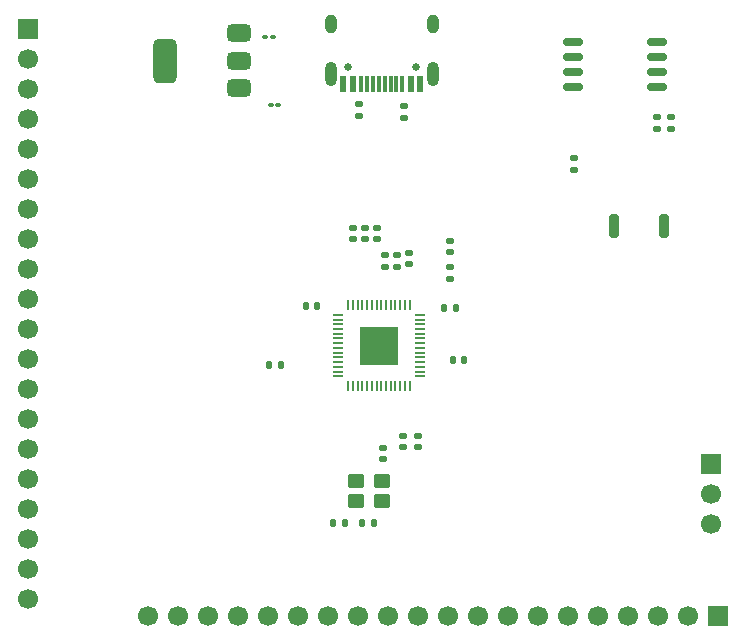
<source format=gbr>
%TF.GenerationSoftware,KiCad,Pcbnew,9.0.6*%
%TF.CreationDate,2025-12-18T17:34:00+05:30*%
%TF.ProjectId,Blueprint_Project,426c7565-7072-4696-9e74-5f50726f6a65,rev?*%
%TF.SameCoordinates,Original*%
%TF.FileFunction,Soldermask,Top*%
%TF.FilePolarity,Negative*%
%FSLAX46Y46*%
G04 Gerber Fmt 4.6, Leading zero omitted, Abs format (unit mm)*
G04 Created by KiCad (PCBNEW 9.0.6) date 2025-12-18 17:34:00*
%MOMM*%
%LPD*%
G01*
G04 APERTURE LIST*
G04 Aperture macros list*
%AMRoundRect*
0 Rectangle with rounded corners*
0 $1 Rounding radius*
0 $2 $3 $4 $5 $6 $7 $8 $9 X,Y pos of 4 corners*
0 Add a 4 corners polygon primitive as box body*
4,1,4,$2,$3,$4,$5,$6,$7,$8,$9,$2,$3,0*
0 Add four circle primitives for the rounded corners*
1,1,$1+$1,$2,$3*
1,1,$1+$1,$4,$5*
1,1,$1+$1,$6,$7*
1,1,$1+$1,$8,$9*
0 Add four rect primitives between the rounded corners*
20,1,$1+$1,$2,$3,$4,$5,0*
20,1,$1+$1,$4,$5,$6,$7,0*
20,1,$1+$1,$6,$7,$8,$9,0*
20,1,$1+$1,$8,$9,$2,$3,0*%
G04 Aperture macros list end*
%ADD10RoundRect,0.100000X-0.130000X-0.100000X0.130000X-0.100000X0.130000X0.100000X-0.130000X0.100000X0*%
%ADD11RoundRect,0.135000X0.185000X-0.135000X0.185000X0.135000X-0.185000X0.135000X-0.185000X-0.135000X0*%
%ADD12RoundRect,0.140000X0.140000X0.170000X-0.140000X0.170000X-0.140000X-0.170000X0.140000X-0.170000X0*%
%ADD13RoundRect,0.250000X-0.450000X-0.350000X0.450000X-0.350000X0.450000X0.350000X-0.450000X0.350000X0*%
%ADD14RoundRect,0.135000X0.135000X0.185000X-0.135000X0.185000X-0.135000X-0.185000X0.135000X-0.185000X0*%
%ADD15C,0.650000*%
%ADD16R,0.600000X1.450000*%
%ADD17R,0.300000X1.450000*%
%ADD18O,1.000000X2.100000*%
%ADD19O,1.000000X1.600000*%
%ADD20R,1.700000X1.700000*%
%ADD21C,1.700000*%
%ADD22RoundRect,0.140000X-0.170000X0.140000X-0.170000X-0.140000X0.170000X-0.140000X0.170000X0.140000X0*%
%ADD23RoundRect,0.140000X-0.140000X-0.170000X0.140000X-0.170000X0.140000X0.170000X-0.140000X0.170000X0*%
%ADD24RoundRect,0.135000X-0.185000X0.135000X-0.185000X-0.135000X0.185000X-0.135000X0.185000X0.135000X0*%
%ADD25RoundRect,0.140000X0.170000X-0.140000X0.170000X0.140000X-0.170000X0.140000X-0.170000X-0.140000X0*%
%ADD26RoundRect,0.375000X0.625000X0.375000X-0.625000X0.375000X-0.625000X-0.375000X0.625000X-0.375000X0*%
%ADD27RoundRect,0.500000X0.500000X1.400000X-0.500000X1.400000X-0.500000X-1.400000X0.500000X-1.400000X0*%
%ADD28RoundRect,0.050000X-0.387500X-0.050000X0.387500X-0.050000X0.387500X0.050000X-0.387500X0.050000X0*%
%ADD29RoundRect,0.050000X-0.050000X-0.387500X0.050000X-0.387500X0.050000X0.387500X-0.050000X0.387500X0*%
%ADD30R,3.200000X3.200000*%
%ADD31RoundRect,0.162500X0.650000X0.162500X-0.650000X0.162500X-0.650000X-0.162500X0.650000X-0.162500X0*%
%ADD32RoundRect,0.200000X-0.200000X-0.800000X0.200000X-0.800000X0.200000X0.800000X-0.200000X0.800000X0*%
G04 APERTURE END LIST*
D10*
%TO.C,C14*%
X170475000Y-64250000D03*
X169835000Y-64250000D03*
%TD*%
D11*
%TO.C,R4*%
X181000000Y-83760000D03*
X181000000Y-82740000D03*
%TD*%
D12*
%TO.C,C16*%
X176570000Y-105380000D03*
X175610000Y-105380000D03*
%TD*%
D13*
%TO.C,Y1*%
X177530000Y-103520000D03*
X179730000Y-103520000D03*
X179730000Y-101820000D03*
X177530000Y-101820000D03*
%TD*%
D12*
%TO.C,C8*%
X171160000Y-92010000D03*
X170200000Y-92010000D03*
%TD*%
D14*
%TO.C,R5*%
X179050000Y-105370000D03*
X178030000Y-105370000D03*
%TD*%
D15*
%TO.C,J2*%
X182600000Y-66820000D03*
X176820000Y-66820000D03*
D16*
X182960000Y-68265000D03*
X182160000Y-68265000D03*
D17*
X180960000Y-68265000D03*
X179960000Y-68265000D03*
X179460000Y-68265000D03*
X178460000Y-68265000D03*
D16*
X177260000Y-68265000D03*
X176460000Y-68265000D03*
X176460000Y-68265000D03*
X177260000Y-68265000D03*
D17*
X177960000Y-68265000D03*
X178960000Y-68265000D03*
X180460000Y-68265000D03*
X181460000Y-68265000D03*
D16*
X182160000Y-68265000D03*
X182960000Y-68265000D03*
D18*
X184030000Y-67350000D03*
D19*
X184030000Y-63170000D03*
D18*
X175390000Y-67350000D03*
D19*
X175390000Y-63170000D03*
%TD*%
D10*
%TO.C,C13*%
X170335000Y-70000000D03*
X170975000Y-70000000D03*
%TD*%
D20*
%TO.C,J1*%
X149750000Y-63550000D03*
D21*
X149750000Y-66090000D03*
X149750000Y-68630000D03*
X149750000Y-71170000D03*
X149750000Y-73710000D03*
X149750000Y-76250000D03*
X149750000Y-78790000D03*
X149750000Y-81330000D03*
X149750000Y-83870000D03*
X149750000Y-86410000D03*
X149750000Y-88950000D03*
X149750000Y-91490000D03*
X149750000Y-94030000D03*
X149750000Y-96570000D03*
X149750000Y-99110000D03*
X149750000Y-101650000D03*
X149750000Y-104190000D03*
X149750000Y-106730000D03*
X149750000Y-109270000D03*
X149750000Y-111810000D03*
%TD*%
D22*
%TO.C,C9*%
X181500000Y-98020000D03*
X181500000Y-98980000D03*
%TD*%
D23*
%TO.C,C5*%
X185010000Y-87160000D03*
X185970000Y-87160000D03*
%TD*%
D24*
%TO.C,R7*%
X203000000Y-71000000D03*
X203000000Y-72020000D03*
%TD*%
D11*
%TO.C,R3*%
X180000000Y-83760000D03*
X180000000Y-82740000D03*
%TD*%
D24*
%TO.C,R6*%
X204250000Y-70990000D03*
X204250000Y-72010000D03*
%TD*%
D25*
%TO.C,C3*%
X179310000Y-81400000D03*
X179310000Y-80440000D03*
%TD*%
%TO.C,C17*%
X196000000Y-75480000D03*
X196000000Y-74520000D03*
%TD*%
D26*
%TO.C,U2*%
X167650000Y-68550000D03*
X167650000Y-66250000D03*
D27*
X161350000Y-66250000D03*
D26*
X167650000Y-63950000D03*
%TD*%
D24*
%TO.C,R2*%
X177820000Y-69920000D03*
X177820000Y-70940000D03*
%TD*%
D23*
%TO.C,C7*%
X185750000Y-91610000D03*
X186710000Y-91610000D03*
%TD*%
D25*
%TO.C,C15*%
X179830000Y-100000000D03*
X179830000Y-99040000D03*
%TD*%
D24*
%TO.C,R1*%
X181640000Y-70120000D03*
X181640000Y-71140000D03*
%TD*%
D25*
%TO.C,C4*%
X178310000Y-81390000D03*
X178310000Y-80430000D03*
%TD*%
D28*
%TO.C,U1*%
X176042500Y-87780000D03*
X176042500Y-88180000D03*
X176042500Y-88580000D03*
X176042500Y-88980000D03*
X176042500Y-89380000D03*
X176042500Y-89780000D03*
X176042500Y-90180000D03*
X176042500Y-90580000D03*
X176042500Y-90980000D03*
X176042500Y-91380000D03*
X176042500Y-91780000D03*
X176042500Y-92180000D03*
X176042500Y-92580000D03*
X176042500Y-92980000D03*
D29*
X176880000Y-93817500D03*
X177280000Y-93817500D03*
X177680000Y-93817500D03*
X178080000Y-93817500D03*
X178480000Y-93817500D03*
X178880000Y-93817500D03*
X179280000Y-93817500D03*
X179680000Y-93817500D03*
X180080000Y-93817500D03*
X180480000Y-93817500D03*
X180880000Y-93817500D03*
X181280000Y-93817500D03*
X181680000Y-93817500D03*
X182080000Y-93817500D03*
D28*
X182917500Y-92980000D03*
X182917500Y-92580000D03*
X182917500Y-92180000D03*
X182917500Y-91780000D03*
X182917500Y-91380000D03*
X182917500Y-90980000D03*
X182917500Y-90580000D03*
X182917500Y-90180000D03*
X182917500Y-89780000D03*
X182917500Y-89380000D03*
X182917500Y-88980000D03*
X182917500Y-88580000D03*
X182917500Y-88180000D03*
X182917500Y-87780000D03*
D29*
X182080000Y-86942500D03*
X181680000Y-86942500D03*
X181280000Y-86942500D03*
X180880000Y-86942500D03*
X180480000Y-86942500D03*
X180080000Y-86942500D03*
X179680000Y-86942500D03*
X179280000Y-86942500D03*
X178880000Y-86942500D03*
X178480000Y-86942500D03*
X178080000Y-86942500D03*
X177680000Y-86942500D03*
X177280000Y-86942500D03*
X176880000Y-86942500D03*
D30*
X179480000Y-90380000D03*
%TD*%
D25*
%TO.C,C6*%
X185500000Y-84730000D03*
X185500000Y-83770000D03*
%TD*%
D22*
%TO.C,C11*%
X182750000Y-98020000D03*
X182750000Y-98980000D03*
%TD*%
D25*
%TO.C,C10*%
X177320000Y-81380000D03*
X177320000Y-80420000D03*
%TD*%
%TO.C,C1*%
X185500000Y-82480000D03*
X185500000Y-81520000D03*
%TD*%
D12*
%TO.C,C2*%
X174230000Y-87000000D03*
X173270000Y-87000000D03*
%TD*%
D31*
%TO.C,U3*%
X203050000Y-68530000D03*
X203050000Y-67260000D03*
X203050000Y-65990000D03*
X203050000Y-64720000D03*
X195875000Y-64720000D03*
X195875000Y-65990000D03*
X195875000Y-67260000D03*
X195875000Y-68530000D03*
%TD*%
D20*
%TO.C,J3*%
X207580000Y-100390000D03*
D21*
X207580000Y-102930000D03*
X207580000Y-105470000D03*
%TD*%
D25*
%TO.C,C12*%
X182000000Y-83500000D03*
X182000000Y-82540000D03*
%TD*%
D20*
%TO.C,J4*%
X208150000Y-113250000D03*
D21*
X205610000Y-113250000D03*
X203070000Y-113250000D03*
X200530000Y-113250000D03*
X197990000Y-113250000D03*
X195450000Y-113250000D03*
X192910000Y-113250000D03*
X190370000Y-113250000D03*
X187830000Y-113250000D03*
X185290000Y-113250000D03*
X182750000Y-113250000D03*
X180210000Y-113250000D03*
X177670000Y-113250000D03*
X175130000Y-113250000D03*
X172590000Y-113250000D03*
X170050000Y-113250000D03*
X167510000Y-113250000D03*
X164970000Y-113250000D03*
X162430000Y-113250000D03*
X159890000Y-113250000D03*
%TD*%
D32*
%TO.C,SW1*%
X199400000Y-80250000D03*
X203600000Y-80250000D03*
%TD*%
M02*

</source>
